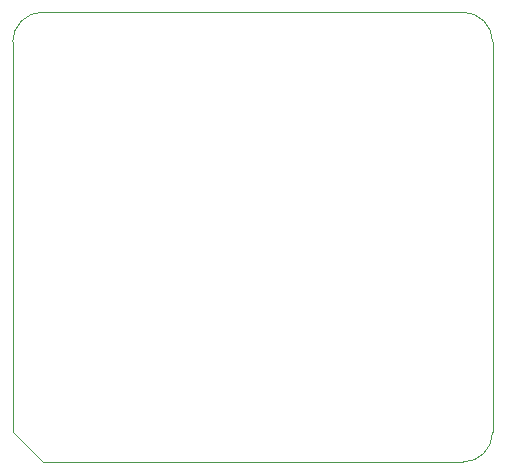
<source format=gbr>
%TF.GenerationSoftware,KiCad,Pcbnew,7.0.9*%
%TF.CreationDate,2023-11-22T22:58:31-05:00*%
%TF.ProjectId,connectivity_tester,636f6e6e-6563-4746-9976-6974795f7465,rev?*%
%TF.SameCoordinates,Original*%
%TF.FileFunction,Profile,NP*%
%FSLAX46Y46*%
G04 Gerber Fmt 4.6, Leading zero omitted, Abs format (unit mm)*
G04 Created by KiCad (PCBNEW 7.0.9) date 2023-11-22 22:58:31*
%MOMM*%
%LPD*%
G01*
G04 APERTURE LIST*
%TA.AperFunction,Profile*%
%ADD10C,0.100000*%
%TD*%
G04 APERTURE END LIST*
D10*
X12700000Y-50800000D02*
X12700000Y-17780000D01*
X50800000Y-53340000D02*
X15240000Y-53340000D01*
X15240000Y-53340000D02*
X12700000Y-50800000D01*
X15240000Y-15240000D02*
X50800000Y-15240000D01*
X50800000Y-53340000D02*
G75*
G03*
X53340000Y-50800000I0J2540000D01*
G01*
X53340000Y-17780000D02*
G75*
G03*
X50800000Y-15240000I-2540000J0D01*
G01*
X15240000Y-15240000D02*
G75*
G03*
X12700000Y-17780000I0J-2540000D01*
G01*
X53340000Y-17780000D02*
X53340000Y-50800000D01*
M02*

</source>
